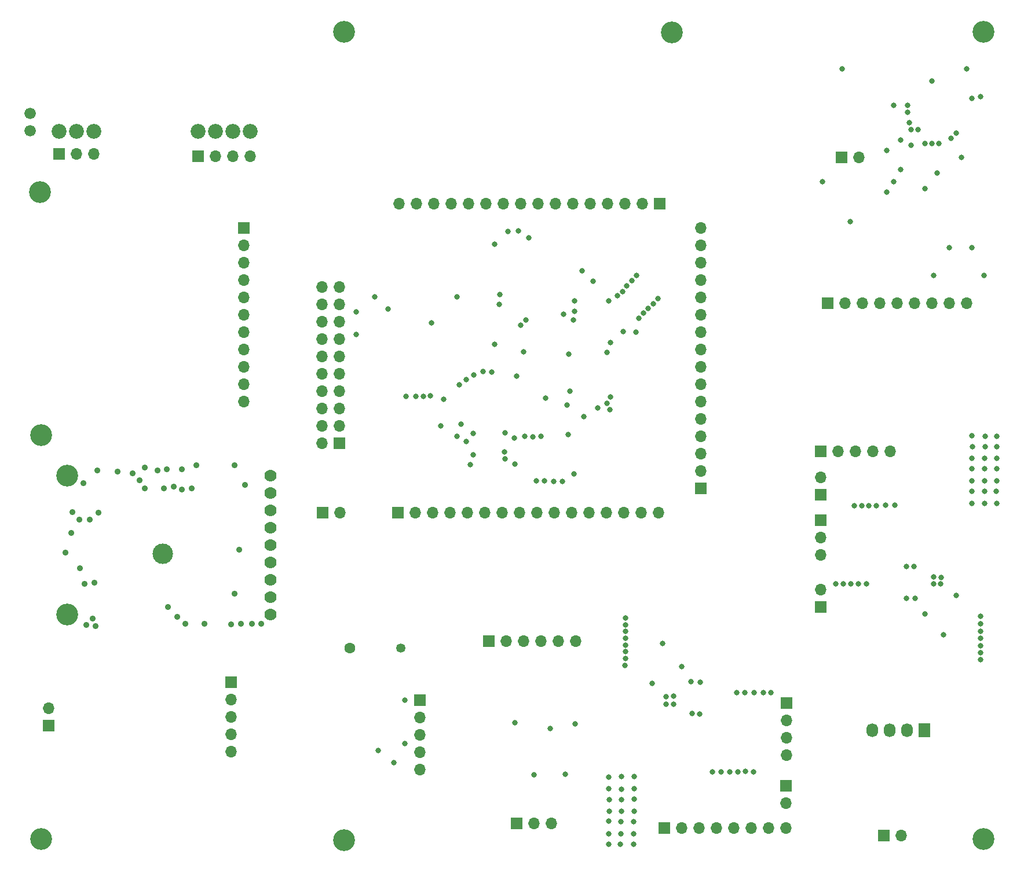
<source format=gbr>
G04 #@! TF.GenerationSoftware,KiCad,Pcbnew,5.0.1-33cea8e~68~ubuntu16.04.1*
G04 #@! TF.CreationDate,2018-10-29T02:33:34-07:00*
G04 #@! TF.ProjectId,integrated-board-design-2,696E74656772617465642D626F617264,rev?*
G04 #@! TF.SameCoordinates,Original*
G04 #@! TF.FileFunction,Copper,L3,Inr,Plane*
G04 #@! TF.FilePolarity,Positive*
%FSLAX46Y46*%
G04 Gerber Fmt 4.6, Leading zero omitted, Abs format (unit mm)*
G04 Created by KiCad (PCBNEW 5.0.1-33cea8e~68~ubuntu16.04.1) date Mon 29 Oct 2018 02:33:34 AM PDT*
%MOMM*%
%LPD*%
G01*
G04 APERTURE LIST*
G04 #@! TA.AperFunction,ViaPad*
%ADD10C,2.184400*%
G04 #@! TD*
G04 #@! TA.AperFunction,ViaPad*
%ADD11R,1.730000X2.030000*%
G04 #@! TD*
G04 #@! TA.AperFunction,ViaPad*
%ADD12O,1.730000X2.030000*%
G04 #@! TD*
G04 #@! TA.AperFunction,ViaPad*
%ADD13C,3.200000*%
G04 #@! TD*
G04 #@! TA.AperFunction,ViaPad*
%ADD14R,1.700000X1.700000*%
G04 #@! TD*
G04 #@! TA.AperFunction,ViaPad*
%ADD15O,1.700000X1.700000*%
G04 #@! TD*
G04 #@! TA.AperFunction,WasherPad*
%ADD16C,3.000000*%
G04 #@! TD*
G04 #@! TA.AperFunction,WasherPad*
%ADD17C,1.350000*%
G04 #@! TD*
G04 #@! TA.AperFunction,WasherPad*
%ADD18C,1.600000*%
G04 #@! TD*
G04 #@! TA.AperFunction,ViaPad*
%ADD19C,1.778000*%
G04 #@! TD*
G04 #@! TA.AperFunction,ViaPad*
%ADD20C,0.800000*%
G04 #@! TD*
G04 #@! TA.AperFunction,ViaPad*
%ADD21C,1.676400*%
G04 #@! TD*
G04 #@! TA.AperFunction,ViaPad*
%ADD22C,0.906400*%
G04 #@! TD*
G04 APERTURE END LIST*
D10*
G04 #@! TO.N,GND*
G04 #@! TO.C,U$2*
X79193410Y-47354861D03*
X104593410Y-47354861D03*
G04 #@! TO.N,VCC*
X102053410Y-47354861D03*
G04 #@! TO.N,/D4*
X99513410Y-47354861D03*
G04 #@! TO.N,/D3*
X107133410Y-47354861D03*
G04 #@! TO.N,GND*
X84273410Y-47354861D03*
G04 #@! TO.N,PB4*
X81733410Y-47354861D03*
G04 #@! TD*
D11*
G04 #@! TO.N,/CSB*
G04 #@! TO.C,*
X205704203Y-135033068D03*
D12*
G04 #@! TO.N,/SDO*
X203164203Y-135033068D03*
G04 #@! TO.N,/SDI*
X200624203Y-135033068D03*
G04 #@! TO.N,/SCLK*
X198084203Y-135033068D03*
G04 #@! TD*
D13*
G04 #@! TO.N,N/C*
G04 #@! TO.C,U$8*
X76575000Y-150960000D03*
G04 #@! TD*
G04 #@! TO.N,N/C*
G04 #@! TO.C,U$8*
X76575000Y-91810000D03*
G04 #@! TD*
G04 #@! TO.N,N/C*
G04 #@! TO.C,U$8*
X168750000Y-32910000D03*
G04 #@! TD*
G04 #@! TO.N,N/C*
G04 #@! TO.C,U$8*
X120850000Y-32785000D03*
G04 #@! TD*
G04 #@! TO.N,N/C*
G04 #@! TO.C,U$8*
X120850000Y-151110000D03*
G04 #@! TD*
G04 #@! TO.N,N/C*
G04 #@! TO.C,U$9*
X76450000Y-56260000D03*
G04 #@! TD*
G04 #@! TO.N,N/C*
G04 #@! TO.C,U$9*
X214350000Y-32785000D03*
G04 #@! TD*
G04 #@! TO.N,N/C*
G04 #@! TO.C,U$8*
X214350000Y-150960000D03*
G04 #@! TD*
D14*
G04 #@! TO.N,Net-(J2-Pad1)*
G04 #@! TO.C,J9*
X106196480Y-61504400D03*
D15*
G04 #@! TO.N,Net-(J2-Pad2)*
X106196480Y-64044400D03*
G04 #@! TO.N,Net-(J2-Pad3)*
X106196480Y-66584400D03*
G04 #@! TO.N,Net-(J2-Pad4)*
X106196480Y-69124400D03*
G04 #@! TO.N,Net-(J2-Pad5)*
X106196480Y-71664400D03*
G04 #@! TO.N,Net-(J2-Pad6)*
X106196480Y-74204400D03*
G04 #@! TO.N,Net-(J2-Pad7)*
X106196480Y-76744400D03*
G04 #@! TO.N,Net-(J2-Pad8)*
X106196480Y-79284400D03*
G04 #@! TO.N,Net-(J2-Pad10)*
X106196480Y-81824400D03*
G04 #@! TO.N,Net-(J2-Pad9)*
X106196480Y-84364400D03*
G04 #@! TO.N,Net-(J2-Pad11)*
X106196480Y-86904400D03*
G04 #@! TD*
D14*
G04 #@! TO.N,+3V3*
G04 #@! TO.C,*
X199744203Y-150433068D03*
D15*
G04 #@! TO.N,GND*
X202284203Y-150433068D03*
G04 #@! TD*
G04 #@! TO.N,Net-(C1-Pad1)*
G04 #@! TO.C,J2*
X196164160Y-51151700D03*
D14*
G04 #@! TO.N,Net-(C1-Pad2)*
X193624160Y-51151700D03*
G04 #@! TD*
D15*
G04 #@! TO.N,Net-(J1-Pad9)*
G04 #@! TO.C,J1*
X211909161Y-72486699D03*
G04 #@! TO.N,Net-(J1-Pad8)*
X209369161Y-72486699D03*
G04 #@! TO.N,Net-(J1-Pad7)*
X206829161Y-72486699D03*
G04 #@! TO.N,Net-(J1-Pad6)*
X204289161Y-72486699D03*
G04 #@! TO.N,Net-(J1-Pad5)*
X201749161Y-72486699D03*
G04 #@! TO.N,Net-(D1-Pad1)*
X199209161Y-72486699D03*
G04 #@! TO.N,Net-(D2-Pad1)*
X196669161Y-72486699D03*
G04 #@! TO.N,Net-(J1-Pad2)*
X194129161Y-72486699D03*
D14*
G04 #@! TO.N,Net-(J1-Pad1)*
X191589161Y-72486699D03*
G04 #@! TD*
G04 #@! TO.N,GND*
G04 #@! TO.C,J1*
X146118000Y-148619000D03*
D15*
G04 #@! TO.N,VDD*
X148658000Y-148619000D03*
G04 #@! TO.N,VDDIO*
X151198000Y-148619000D03*
G04 #@! TD*
D14*
G04 #@! TO.N,INT*
G04 #@! TO.C,J2*
X142054000Y-121949000D03*
D15*
G04 #@! TO.N,FSYNC*
X144594000Y-121949000D03*
G04 #@! TO.N,nCS*
X147134000Y-121949000D03*
G04 #@! TO.N,SCL*
X149674000Y-121949000D03*
G04 #@! TO.N,SDA*
X152214000Y-121949000D03*
G04 #@! TO.N,AD0*
X154754000Y-121949000D03*
G04 #@! TD*
D14*
G04 #@! TO.N,GND*
G04 #@! TO.C,REF\002A\002A*
X79175000Y-50710000D03*
D15*
G04 #@! TO.N,PB4*
X81715000Y-50710000D03*
G04 #@! TO.N,GND*
X84255000Y-50710000D03*
G04 #@! TD*
D14*
G04 #@! TO.N,/D4*
G04 #@! TO.C,REF\002A\002A*
X99550000Y-51010000D03*
D15*
G04 #@! TO.N,VCC*
X102090000Y-51010000D03*
G04 #@! TO.N,GND*
X104630000Y-51010000D03*
G04 #@! TO.N,/D3*
X107170000Y-51010000D03*
G04 #@! TD*
D14*
G04 #@! TO.N,Net-(J1-Pad1)*
G04 #@! TO.C,J1*
X77650000Y-134365000D03*
D15*
G04 #@! TO.N,Net-(J1-Pad2)*
X77650000Y-131825000D03*
G04 #@! TD*
D14*
G04 #@! TO.N,+3V3*
G04 #@! TO.C,J2*
X104320000Y-128015000D03*
D15*
G04 #@! TO.N,Net-(C2-Pad2)*
X104320000Y-130555000D03*
G04 #@! TO.N,Net-(J2-Pad3)*
X104320000Y-133095000D03*
G04 #@! TO.N,Net-(J2-Pad4)*
X104320000Y-135635000D03*
G04 #@! TO.N,Net-(J2-Pad5)*
X104320000Y-138175000D03*
G04 #@! TD*
D14*
G04 #@! TO.N,Net-(C16-Pad2)*
G04 #@! TO.C,J10*
X190567340Y-100514200D03*
D15*
G04 #@! TO.N,Net-(C21-Pad1)*
X190567340Y-97974200D03*
G04 #@! TD*
D14*
G04 #@! TO.N,Net-(C16-Pad1)*
G04 #@! TO.C,J7*
X190526700Y-116963240D03*
D15*
G04 #@! TO.N,Net-(C16-Pad2)*
X190526700Y-114423240D03*
G04 #@! TD*
D14*
G04 #@! TO.N,Net-(C16-Pad2)*
G04 #@! TO.C,J8*
X185441620Y-143104920D03*
D15*
G04 #@! TO.N,Net-(C18-Pad1)*
X185441620Y-145644920D03*
G04 #@! TD*
D14*
G04 #@! TO.N,Net-(C16-Pad2)*
G04 #@! TO.C,J13*
X185517820Y-131034840D03*
D15*
X185517820Y-133574840D03*
X185517820Y-136114840D03*
X185517820Y-138654840D03*
G04 #@! TD*
D14*
G04 #@! TO.N,Net-(C21-Pad1)*
G04 #@! TO.C,J14*
X190582580Y-94176900D03*
D15*
X193122580Y-94176900D03*
X195662580Y-94176900D03*
X198202580Y-94176900D03*
X200742580Y-94176900D03*
G04 #@! TD*
D14*
G04 #@! TO.N,Net-(C16-Pad2)*
G04 #@! TO.C,J12*
X190544480Y-104248000D03*
D15*
X190544480Y-106788000D03*
X190544480Y-109328000D03*
G04 #@! TD*
D14*
G04 #@! TO.N,Net-(C18-Pad1)*
G04 #@! TO.C,J15*
X167722580Y-149345700D03*
D15*
X170262580Y-149345700D03*
X172802580Y-149345700D03*
X175342580Y-149345700D03*
X177882580Y-149345700D03*
X180422580Y-149345700D03*
X182962580Y-149345700D03*
X185502580Y-149345700D03*
G04 #@! TD*
D16*
G04 #@! TO.N,*
G04 #@! TO.C,U1*
X94391015Y-109204309D03*
G04 #@! TD*
D15*
G04 #@! TO.N,GND*
G04 #@! TO.C,JP2*
X131990080Y-140729560D03*
G04 #@! TO.N,VCC*
X131990080Y-138189560D03*
G04 #@! TO.N,/SDA*
X131990080Y-135649560D03*
G04 #@! TO.N,/SCL*
X131990080Y-133109560D03*
D14*
G04 #@! TO.N,/SQW*
X131990080Y-130569560D03*
G04 #@! TD*
D17*
G04 #@! TO.N,*
G04 #@! TO.C,B1*
X129140080Y-122949560D03*
D18*
X121690080Y-122949560D03*
G04 #@! TD*
D13*
G04 #@! TO.N,N/C*
G04 #@! TO.C,U$8*
X80367015Y-118056309D03*
G04 #@! TD*
G04 #@! TO.N,N/C*
G04 #@! TO.C,U$9*
X80367015Y-97736309D03*
G04 #@! TD*
D19*
G04 #@! TO.N,3.3V*
G04 #@! TO.C,JP1*
X110085015Y-118056309D03*
G04 #@! TO.N,/ENABLE*
X110085015Y-115516309D03*
G04 #@! TO.N,/VBACKUP*
X110085015Y-112976309D03*
G04 #@! TO.N,/FIX*
X110085015Y-110436309D03*
G04 #@! TO.N,/TX*
X110085015Y-107896309D03*
G04 #@! TO.N,/RX*
X110085015Y-105356309D03*
G04 #@! TO.N,GND*
X110085015Y-102816309D03*
G04 #@! TO.N,VIN*
X110085015Y-100276309D03*
G04 #@! TO.N,/1PPS*
X110085015Y-97736309D03*
G04 #@! TD*
D14*
G04 #@! TO.N,+3V3*
G04 #@! TO.C,J1*
X120173120Y-93008520D03*
D15*
X117633120Y-93008520D03*
G04 #@! TO.N,PB4*
X120173120Y-90468520D03*
G04 #@! TO.N,GND*
X117633120Y-90468520D03*
G04 #@! TO.N,PA15*
X120173120Y-87928520D03*
G04 #@! TO.N,GND*
X117633120Y-87928520D03*
G04 #@! TO.N,PA13*
X120173120Y-85388520D03*
G04 #@! TO.N,GND*
X117633120Y-85388520D03*
G04 #@! TO.N,PA14*
X120173120Y-82848520D03*
G04 #@! TO.N,GND*
X117633120Y-82848520D03*
G04 #@! TO.N,Net-(10k1-Pad2)*
X120173120Y-80308520D03*
G04 #@! TO.N,GND*
X117633120Y-80308520D03*
G04 #@! TO.N,PB3*
X120173120Y-77768520D03*
G04 #@! TO.N,GND*
X117633120Y-77768520D03*
G04 #@! TO.N,RST*
X120173120Y-75228520D03*
G04 #@! TO.N,GND*
X117633120Y-75228520D03*
G04 #@! TO.N,Net-(10k3-Pad2)*
X120173120Y-72688520D03*
G04 #@! TO.N,GND*
X117633120Y-72688520D03*
G04 #@! TO.N,Net-(10k2-Pad2)*
X120173120Y-70148520D03*
G04 #@! TO.N,GND*
X117633120Y-70148520D03*
G04 #@! TD*
D14*
G04 #@! TO.N,PA0*
G04 #@! TO.C,J3*
X173000040Y-99597280D03*
D15*
G04 #@! TO.N,PA1*
X173000040Y-97057280D03*
G04 #@! TO.N,PA2*
X173000040Y-94517280D03*
G04 #@! TO.N,PA3*
X173000040Y-91977280D03*
G04 #@! TO.N,PA4*
X173000040Y-89437280D03*
G04 #@! TO.N,PA5*
X173000040Y-86897280D03*
G04 #@! TO.N,PA6*
X173000040Y-84357280D03*
G04 #@! TO.N,PA7*
X173000040Y-81817280D03*
G04 #@! TO.N,PA8*
X173000040Y-79277280D03*
G04 #@! TO.N,PA9*
X173000040Y-76737280D03*
G04 #@! TO.N,PA10*
X173000040Y-74197280D03*
G04 #@! TO.N,PA11*
X173000040Y-71657280D03*
G04 #@! TO.N,PA12*
X173000040Y-69117280D03*
G04 #@! TO.N,PA13*
X173000040Y-66577280D03*
G04 #@! TO.N,PA14*
X173000040Y-64037280D03*
G04 #@! TO.N,PA15*
X173000040Y-61497280D03*
G04 #@! TD*
D14*
G04 #@! TO.N,PB0*
G04 #@! TO.C,J4*
X167015800Y-57926040D03*
D15*
G04 #@! TO.N,PB1*
X164475800Y-57926040D03*
G04 #@! TO.N,PB2*
X161935800Y-57926040D03*
G04 #@! TO.N,PB3*
X159395800Y-57926040D03*
G04 #@! TO.N,PB4*
X156855800Y-57926040D03*
G04 #@! TO.N,PB5*
X154315800Y-57926040D03*
G04 #@! TO.N,PB6*
X151775800Y-57926040D03*
G04 #@! TO.N,PB7*
X149235800Y-57926040D03*
G04 #@! TO.N,PB8*
X146695800Y-57926040D03*
G04 #@! TO.N,PB9*
X144155800Y-57926040D03*
G04 #@! TO.N,PB10*
X141615800Y-57926040D03*
G04 #@! TO.N,PB11*
X139075800Y-57926040D03*
G04 #@! TO.N,PB12*
X136535800Y-57926040D03*
G04 #@! TO.N,PB13*
X133995800Y-57926040D03*
G04 #@! TO.N,PB14*
X131455800Y-57926040D03*
G04 #@! TO.N,PB15*
X128915800Y-57926040D03*
G04 #@! TD*
D14*
G04 #@! TO.N,PC0*
G04 #@! TO.C,J5*
X128722760Y-103148200D03*
D15*
G04 #@! TO.N,PC1*
X131262760Y-103148200D03*
G04 #@! TO.N,PC2*
X133802760Y-103148200D03*
G04 #@! TO.N,PC3*
X136342760Y-103148200D03*
G04 #@! TO.N,PC4*
X138882760Y-103148200D03*
G04 #@! TO.N,PC5*
X141422760Y-103148200D03*
G04 #@! TO.N,PC6*
X143962760Y-103148200D03*
G04 #@! TO.N,PC7*
X146502760Y-103148200D03*
G04 #@! TO.N,PC8*
X149042760Y-103148200D03*
G04 #@! TO.N,PC9*
X151582760Y-103148200D03*
G04 #@! TO.N,PC10*
X154122760Y-103148200D03*
G04 #@! TO.N,PC11*
X156662760Y-103148200D03*
G04 #@! TO.N,PC12*
X159202760Y-103148200D03*
G04 #@! TO.N,PC13*
X161742760Y-103148200D03*
G04 #@! TO.N,Net-(J5-Pad15)*
X164282760Y-103148200D03*
G04 #@! TO.N,PD2*
X166822760Y-103148200D03*
G04 #@! TD*
D14*
G04 #@! TO.N,GND*
G04 #@! TO.C,J6*
X117734720Y-103132960D03*
D15*
G04 #@! TO.N,+3V3*
X120274720Y-103132960D03*
G04 #@! TD*
D20*
G04 #@! TO.N,*
X125390000Y-71585014D03*
X122615000Y-77110000D03*
G04 #@! TO.N,GND*
X145864000Y-133887000D03*
X153250000Y-141410000D03*
X154675000Y-134060000D03*
D21*
X74977010Y-47329461D03*
D22*
X99290015Y-96212309D03*
X98568415Y-99597409D03*
X104878015Y-115008309D03*
X107368415Y-119397409D03*
X96496015Y-118437309D03*
X104380000Y-119470000D03*
X83168415Y-119597409D03*
X84568415Y-119797409D03*
X94568415Y-99597409D03*
X91768415Y-96597409D03*
X105768415Y-119397409D03*
X94968415Y-96797409D03*
X89968415Y-97397409D03*
X84090000Y-118660000D03*
X84768415Y-96997409D03*
X108768415Y-119397409D03*
X97168415Y-96797409D03*
X90968415Y-98397409D03*
X83669015Y-104213309D03*
X84939015Y-103133809D03*
X81129015Y-103070309D03*
X84390000Y-113390000D03*
X82272015Y-111325309D03*
X82907015Y-113611309D03*
X81002015Y-106118309D03*
X80113015Y-108975809D03*
X82145015Y-104213309D03*
X82780015Y-98879309D03*
X93568415Y-96997409D03*
X87768415Y-97197409D03*
D20*
X159790000Y-78310000D03*
X137390000Y-71585000D03*
X133665000Y-75435000D03*
X129889986Y-86135000D03*
X134990000Y-90459986D03*
X138725129Y-92768324D03*
X137390000Y-91959998D03*
X139290000Y-96109999D03*
X147090000Y-79610002D03*
X153890000Y-85410000D03*
X153490000Y-87410000D03*
X146119106Y-83164106D03*
X150315170Y-86410149D03*
X145865000Y-96035000D03*
X163540000Y-76770000D03*
X153727867Y-79998821D03*
X143610000Y-71220000D03*
X154490000Y-97520000D03*
G04 #@! TO.N,+3V3*
X155901577Y-89156190D03*
X142890000Y-63885000D03*
X159315000Y-79738600D03*
X137965000Y-90185000D03*
X139714913Y-94705536D03*
X139714913Y-91610000D03*
X161636080Y-76649996D03*
X147840000Y-62950000D03*
X143530000Y-72660000D03*
X159550000Y-72150000D03*
G04 #@! TO.N,RST*
X142440000Y-82573850D03*
D21*
G04 #@! TO.N,PB4*
X74977010Y-44789461D03*
D20*
X127326489Y-73334979D03*
X155672160Y-67776176D03*
G04 #@! TO.N,PB3*
X122649759Y-73784990D03*
X157270000Y-69290000D03*
G04 #@! TO.N,PA1*
X144365000Y-95310000D03*
G04 #@! TO.N,PA2*
X144315000Y-94285000D03*
G04 #@! TO.N,PA3*
X144390168Y-91460157D03*
G04 #@! TO.N,PA4*
X145741882Y-92235179D03*
G04 #@! TO.N,PA5*
X147315000Y-92009976D03*
G04 #@! TO.N,PA6*
X148490000Y-92110000D03*
G04 #@! TO.N,PA7*
X149637491Y-91980965D03*
G04 #@! TO.N,PB0*
X148964996Y-98535010D03*
G04 #@! TO.N,PB1*
X150141446Y-98535010D03*
G04 #@! TO.N,PB2*
X151515023Y-98560023D03*
G04 #@! TO.N,PB8*
X146370000Y-61930000D03*
X147480000Y-74990000D03*
G04 #@! TO.N,PB9*
X144839998Y-62050000D03*
X146728310Y-75717960D03*
G04 #@! TO.N,PB10*
X152790000Y-98635000D03*
G04 #@! TO.N,PB12*
X157970252Y-87844867D03*
X166091901Y-72635489D03*
X162960000Y-69240000D03*
G04 #@! TO.N,PB13*
X159711006Y-88058778D03*
X165327977Y-73280813D03*
X162220000Y-70020000D03*
G04 #@! TO.N,PB14*
X159325833Y-87135921D03*
X164628593Y-73995576D03*
X161577558Y-70786350D03*
G04 #@! TO.N,PB15*
X159815000Y-86259998D03*
X163948492Y-74728711D03*
X160834151Y-71455207D03*
G04 #@! TO.N,PC0*
X131389984Y-86135000D03*
X141190000Y-82535000D03*
G04 #@! TO.N,PC1*
X132440728Y-86123447D03*
X139790000Y-83010000D03*
G04 #@! TO.N,PC2*
X133440000Y-86085000D03*
X138690000Y-83685000D03*
G04 #@! TO.N,PC3*
X135415000Y-86585000D03*
X137715000Y-84460000D03*
G04 #@! TO.N,PC10*
X154403807Y-74988517D03*
G04 #@! TO.N,PC11*
X154580000Y-73700000D03*
G04 #@! TO.N,PC12*
X152950000Y-74110000D03*
G04 #@! TO.N,PC13*
X142865000Y-78535000D03*
G04 #@! TO.N,PD2*
X154540000Y-72190000D03*
G04 #@! TO.N,PB11*
X153609698Y-91723296D03*
X166790000Y-71870001D03*
X163610000Y-68450000D03*
G04 #@! TO.N,Net-(C16-Pad1)*
X170252420Y-125705920D03*
X205751460Y-117948760D03*
X165927593Y-128185190D03*
X210340000Y-115280000D03*
G04 #@! TO.N,Net-(C16-Pad2)*
X216284840Y-91954400D03*
X214583040Y-91954400D03*
X212683120Y-91939160D03*
X212698360Y-93493640D03*
X214567800Y-93493640D03*
X216300080Y-93493640D03*
X216284840Y-95231000D03*
X214537320Y-95210680D03*
X212683120Y-95246240D03*
X212667880Y-96739760D03*
X214491600Y-96724520D03*
X216269600Y-96739760D03*
X216249280Y-98548240D03*
X214491600Y-98527920D03*
X212637400Y-98527920D03*
X212637400Y-100026520D03*
X214476360Y-100041760D03*
X216234040Y-100041760D03*
X216249280Y-101829920D03*
X214491600Y-101829920D03*
X212637400Y-101814680D03*
X159556480Y-151669800D03*
X161293840Y-151690120D03*
X163173440Y-151690120D03*
X163193760Y-150135640D03*
X161354800Y-150135640D03*
X159576800Y-150135640D03*
X159576800Y-148337320D03*
X161334480Y-148357640D03*
X163234400Y-148357640D03*
X163275040Y-146889520D03*
X161395440Y-146889520D03*
X159617440Y-146869200D03*
X159617440Y-145131840D03*
X161395440Y-145152160D03*
X163295360Y-145091200D03*
X163295360Y-143577360D03*
X161456400Y-143618000D03*
X159597120Y-143577360D03*
X159597120Y-141860320D03*
X161415760Y-141819680D03*
X163295360Y-141799360D03*
X183240000Y-129540000D03*
X182149998Y-129531160D03*
X180811176Y-129505760D03*
X178290000Y-129520000D03*
X179430000Y-129480000D03*
X169010000Y-130030000D03*
X169000000Y-131170000D03*
X167950000Y-131170000D03*
X167940000Y-130090000D03*
X161970000Y-125490000D03*
X162000000Y-124480000D03*
X161990000Y-123510000D03*
X161990000Y-122520000D03*
X161990000Y-121509998D03*
X161990000Y-120560002D03*
X161989998Y-119600000D03*
X162010000Y-118600000D03*
X195490000Y-102140000D03*
X196570000Y-102150000D03*
X197610000Y-102114400D03*
X198670000Y-102130000D03*
X200033910Y-102104240D03*
X201390000Y-102090000D03*
X192790000Y-113620000D03*
X193880000Y-113610000D03*
X194970000Y-113590000D03*
X196030000Y-113610000D03*
X197210002Y-113610000D03*
X207070000Y-112600000D03*
X208130000Y-112620000D03*
X208110000Y-113560000D03*
X207070000Y-113560000D03*
X213920000Y-119420002D03*
X213910000Y-118300000D03*
X213920000Y-120529998D03*
X213930000Y-121570000D03*
X213930000Y-122630000D03*
X213950000Y-123680000D03*
X213930000Y-124640000D03*
X174750000Y-141089998D03*
X175950000Y-141090000D03*
X177249998Y-141090000D03*
X178420000Y-141070000D03*
X180760000Y-141060000D03*
X179580000Y-141019998D03*
G04 #@! TO.N,Net-(C17-Pad1)*
X172850000Y-132600000D03*
X172950000Y-127956360D03*
X171780000Y-132590000D03*
X171618940Y-127900480D03*
G04 #@! TO.N,Net-(C18-Pad1)*
X167430000Y-122340000D03*
G04 #@! TO.N,Net-(C20-Pad1)*
X204220000Y-111080000D03*
X203110000Y-111060000D03*
X203070000Y-115670000D03*
X204344300Y-115708480D03*
G04 #@! TO.N,Net-(C21-Pad1)*
X208510000Y-121020000D03*
G04 #@! TO.N,Net-(C1-Pad1)*
X209626160Y-48357700D03*
X207848160Y-49119700D03*
X206832160Y-49119700D03*
X205816160Y-49119700D03*
X211150160Y-51151700D03*
X210388160Y-47595714D03*
X129770080Y-130619560D03*
X129770080Y-136969560D03*
G04 #@! TO.N,VCC*
X128170000Y-139730000D03*
X125840000Y-138010000D03*
G04 #@! TO.N,Net-(D1-Pad2)*
X190830160Y-54707700D03*
X206832160Y-39975700D03*
G04 #@! TO.N,Net-(D2-Pad2)*
X194894160Y-60549700D03*
X201244160Y-54707700D03*
X203276160Y-43531700D03*
X201244160Y-43531700D03*
G04 #@! TO.N,Net-(J1-Pad1)*
X200228160Y-56231700D03*
X204800160Y-47087700D03*
X200228160Y-50135700D03*
G04 #@! TO.N,Net-(J1-Pad2)*
X202260160Y-48611700D03*
X203276160Y-44547700D03*
X202260160Y-52929700D03*
G04 #@! TO.N,Net-(J1-Pad5)*
X213944160Y-42261700D03*
X205816160Y-55723700D03*
G04 #@! TO.N,Net-(J1-Pad6)*
X212674160Y-42515700D03*
X207594160Y-53437700D03*
G04 #@! TO.N,Net-(J1-Pad7)*
X207086160Y-68423700D03*
X214452160Y-68423700D03*
G04 #@! TO.N,Net-(J1-Pad8)*
X209372160Y-64359700D03*
X212674160Y-64359700D03*
G04 #@! TO.N,Net-(R2-Pad2)*
X211889160Y-38220700D03*
X203530160Y-46071700D03*
G04 #@! TO.N,Net-(R3-Pad2)*
X203784160Y-47087700D03*
X203784160Y-49373700D03*
G04 #@! TO.N,Net-(C1-Pad2)*
X193647160Y-38220700D03*
D22*
G04 #@! TO.N,3.3V*
X104878015Y-96212309D03*
X91768415Y-99597409D03*
X97168415Y-99797409D03*
G04 #@! TO.N,VIN*
X106402015Y-99133309D03*
G04 #@! TO.N,/1PPS*
X95968415Y-99397409D03*
G04 #@! TO.N,/FIX*
X105568415Y-108597409D03*
X95168415Y-116997409D03*
G04 #@! TO.N,/VBACKUP*
X100496515Y-119389809D03*
G04 #@! TO.N,Net-(B1-Pad+$1)*
X97702515Y-119389809D03*
D20*
G04 #@! TO.N,VDD*
X151025000Y-134785000D03*
X148650000Y-141485000D03*
G04 #@! TD*
M02*

</source>
